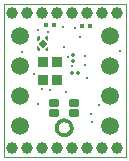
<source format=gts>
G04 Layer_Color=8388736*
%FSLAX44Y44*%
%MOMM*%
G71*
G01*
G75*
%ADD10C,0.3000*%
G04:AMPARAMS|DCode=11|XSize=0.32mm|YSize=0.4mm|CornerRadius=0.0528mm|HoleSize=0mm|Usage=FLASHONLY|Rotation=0.000|XOffset=0mm|YOffset=0mm|HoleType=Round|Shape=RoundedRectangle|*
%AMROUNDEDRECTD11*
21,1,0.3200,0.2944,0,0,0.0*
21,1,0.2144,0.4000,0,0,0.0*
1,1,0.1056,0.1072,-0.1472*
1,1,0.1056,-0.1072,-0.1472*
1,1,0.1056,-0.1072,0.1472*
1,1,0.1056,0.1072,0.1472*
%
%ADD11ROUNDEDRECTD11*%
G04:AMPARAMS|DCode=12|XSize=0.3mm|YSize=0.33mm|CornerRadius=0.0495mm|HoleSize=0mm|Usage=FLASHONLY|Rotation=270.000|XOffset=0mm|YOffset=0mm|HoleType=Round|Shape=RoundedRectangle|*
%AMROUNDEDRECTD12*
21,1,0.3000,0.2310,0,0,270.0*
21,1,0.2010,0.3300,0,0,270.0*
1,1,0.0990,-0.1155,-0.1005*
1,1,0.0990,-0.1155,0.1005*
1,1,0.0990,0.1155,0.1005*
1,1,0.0990,0.1155,-0.1005*
%
%ADD12ROUNDEDRECTD12*%
G04:AMPARAMS|DCode=13|XSize=0.9mm|YSize=0.8mm|CornerRadius=0.08mm|HoleSize=0mm|Usage=FLASHONLY|Rotation=270.000|XOffset=0mm|YOffset=0mm|HoleType=Round|Shape=RoundedRectangle|*
%AMROUNDEDRECTD13*
21,1,0.9000,0.6400,0,0,270.0*
21,1,0.7400,0.8000,0,0,270.0*
1,1,0.1600,-0.3200,-0.3700*
1,1,0.1600,-0.3200,0.3700*
1,1,0.1600,0.3200,0.3700*
1,1,0.1600,0.3200,-0.3700*
%
%ADD13ROUNDEDRECTD13*%
G04:AMPARAMS|DCode=14|XSize=0.1mm|YSize=0.1mm|CornerRadius=0.0165mm|HoleSize=0mm|Usage=FLASHONLY|Rotation=180.000|XOffset=0mm|YOffset=0mm|HoleType=Round|Shape=RoundedRectangle|*
%AMROUNDEDRECTD14*
21,1,0.1000,0.0670,0,0,180.0*
21,1,0.0670,0.1000,0,0,180.0*
1,1,0.0330,-0.0335,0.0335*
1,1,0.0330,0.0335,0.0335*
1,1,0.0330,0.0335,-0.0335*
1,1,0.0330,-0.0335,-0.0335*
%
%ADD14ROUNDEDRECTD14*%
G04:AMPARAMS|DCode=15|XSize=0.9mm|YSize=0.6mm|CornerRadius=0.099mm|HoleSize=0mm|Usage=FLASHONLY|Rotation=0.000|XOffset=0mm|YOffset=0mm|HoleType=Round|Shape=RoundedRectangle|*
%AMROUNDEDRECTD15*
21,1,0.9000,0.4020,0,0,0.0*
21,1,0.7020,0.6000,0,0,0.0*
1,1,0.1980,0.3510,-0.2010*
1,1,0.1980,-0.3510,-0.2010*
1,1,0.1980,-0.3510,0.2010*
1,1,0.1980,0.3510,0.2010*
%
%ADD15ROUNDEDRECTD15*%
G04:AMPARAMS|DCode=16|XSize=0.25mm|YSize=0.22mm|CornerRadius=0.022mm|HoleSize=0mm|Usage=FLASHONLY|Rotation=180.000|XOffset=0mm|YOffset=0mm|HoleType=Round|Shape=RoundedRectangle|*
%AMROUNDEDRECTD16*
21,1,0.2500,0.1760,0,0,180.0*
21,1,0.2060,0.2200,0,0,180.0*
1,1,0.0440,-0.1030,0.0880*
1,1,0.0440,0.1030,0.0880*
1,1,0.0440,0.1030,-0.0880*
1,1,0.0440,-0.1030,-0.0880*
%
%ADD16ROUNDEDRECTD16*%
%ADD17P,0.6788X4X90.0*%
G04:AMPARAMS|DCode=18|XSize=0.3mm|YSize=0.33mm|CornerRadius=0.0495mm|HoleSize=0mm|Usage=FLASHONLY|Rotation=180.000|XOffset=0mm|YOffset=0mm|HoleType=Round|Shape=RoundedRectangle|*
%AMROUNDEDRECTD18*
21,1,0.3000,0.2310,0,0,180.0*
21,1,0.2010,0.3300,0,0,180.0*
1,1,0.0990,-0.1005,0.1155*
1,1,0.0990,0.1005,0.1155*
1,1,0.0990,0.1005,-0.1155*
1,1,0.0990,-0.1005,-0.1155*
%
%ADD18ROUNDEDRECTD18*%
%ADD21C,0.1000*%
%ADD22C,1.0000*%
%ADD23C,1.5000*%
%ADD36C,0.2000*%
G36*
X37600Y83730D02*
X35100Y83729D01*
X35100Y84880D01*
X37400Y87180D01*
X37600D01*
X37600Y83730D01*
D02*
G37*
G36*
X31100Y84880D02*
X31100Y83729D01*
X28600Y83730D01*
X28600Y87180D01*
X28800D01*
X31100Y84880D01*
D02*
G37*
G36*
X37600Y94629D02*
X37600Y91180D01*
X37400D01*
X35100Y93480D01*
X35100Y94630D01*
X37600Y94629D01*
D02*
G37*
G36*
X31100Y93480D02*
X28800Y91180D01*
X28600D01*
X28600Y94629D01*
X31100Y94630D01*
X31100Y93480D01*
D02*
G37*
D10*
X45597Y21055D02*
G03*
X57861Y18049I5763J-3006D01*
G01*
D02*
G03*
X51281Y24549I-6500J0D01*
G01*
D02*
G03*
X45597Y21055I80J-6500D01*
G01*
D11*
X35760Y104810D02*
D03*
X42360D02*
D03*
X66230Y103870D02*
D03*
X72830D02*
D03*
D12*
X58950Y74807D02*
D03*
Y79853D02*
D03*
D13*
X33130Y73900D02*
D03*
Y58900D02*
D03*
X45130D02*
D03*
Y73900D02*
D03*
D14*
X51362Y11450D02*
D03*
D15*
X59760Y30570D02*
D03*
Y38790D02*
D03*
X42962D02*
D03*
Y30570D02*
D03*
D16*
X29850Y94580D02*
D03*
X36350D02*
D03*
Y83780D02*
D03*
X29850D02*
D03*
D17*
X33100Y89180D02*
D03*
D18*
X58007Y64770D02*
D03*
X63053D02*
D03*
D21*
X0Y122470D02*
X103430D01*
X0Y-6300D02*
X103430D01*
Y122470D01*
X0Y-6300D02*
Y122470D01*
D22*
X19750Y760D02*
D03*
X32450D02*
D03*
X45150D02*
D03*
X57850D02*
D03*
X70550D02*
D03*
X83250D02*
D03*
X95950D02*
D03*
X7050D02*
D03*
X83250Y115060D02*
D03*
X70550D02*
D03*
X57850D02*
D03*
X45150D02*
D03*
X32450D02*
D03*
X19750D02*
D03*
X7050D02*
D03*
X95950D02*
D03*
D23*
X13400Y19820D02*
D03*
Y70620D02*
D03*
Y96020D02*
D03*
Y45220D02*
D03*
X89600Y19820D02*
D03*
Y70620D02*
D03*
Y96020D02*
D03*
Y45220D02*
D03*
D36*
X98560Y83000D02*
D03*
X52500Y48610D02*
D03*
X25800Y63300D02*
D03*
X32180Y51280D02*
D03*
X39400Y50390D02*
D03*
X57910Y69970D02*
D03*
X70560Y59800D02*
D03*
X68830Y71110D02*
D03*
X74020Y29640D02*
D03*
X54300Y78260D02*
D03*
X37290Y99050D02*
D03*
X51160Y86750D02*
D03*
X75010Y22870D02*
D03*
X80690Y37630D02*
D03*
X64600Y94620D02*
D03*
X68760Y79120D02*
D03*
X28930Y100670D02*
D03*
X15690Y82050D02*
D03*
X49860Y103530D02*
D03*
X60450Y102960D02*
D03*
X29110Y38490D02*
D03*
M02*

</source>
